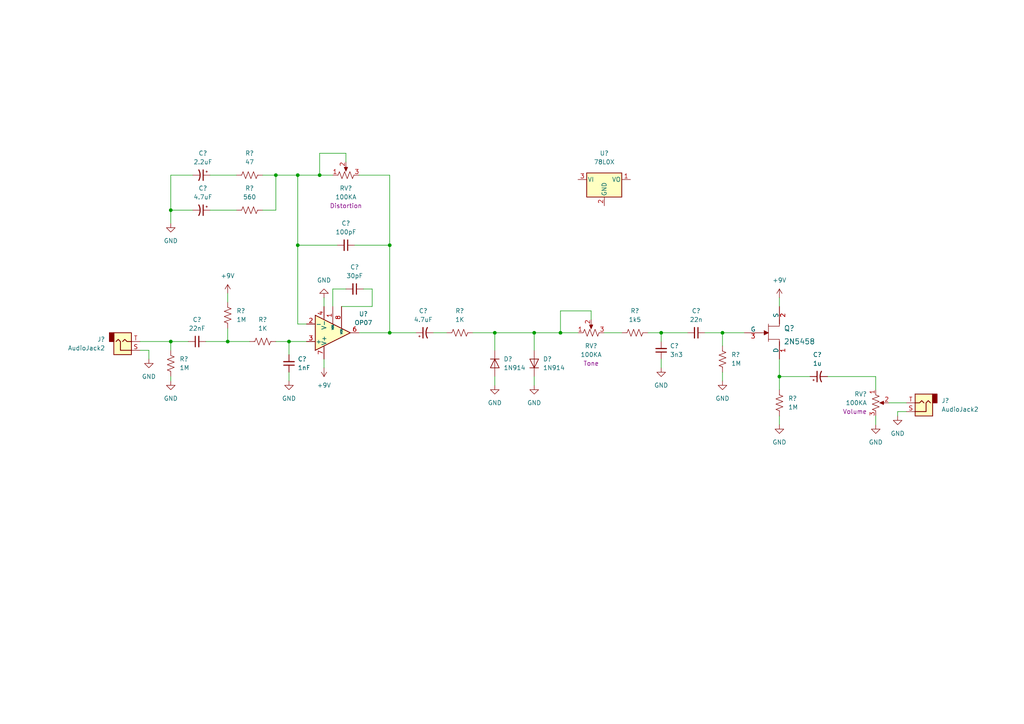
<source format=kicad_sch>
(kicad_sch (version 20211123) (generator eeschema)
  (paper "A4")
  (lib_symbols
    (symbol "00-cool_stuff:+4.5V" (power) (pin_names (offset 0))
      (property "Value" "+4.5V" (at 0 3.556 0))
      (symbol "+4.5V_0_1"
        (polyline (pts (xy -0.762 1.27) (xy 0 2.54)))
        (polyline (pts (xy 0 0) (xy 0 2.54)))
        (polyline (pts (xy 0 2.54) (xy 0.762 1.27)))
      )
      (symbol "+4.5V_1_1"
        (pin power_in line (at 0 0 90) (length 0) hide (name "+9V") (number "1"))
      )
    )
    (symbol "00-cool_stuff:+9V" (power) (pin_names (offset 0))
      (property "Value" "+9V" (at 0 3.556 0))
      (symbol "+9V_0_1"
        (polyline (pts (xy -0.762 1.27) (xy 0 2.54)))
        (polyline (pts (xy 0 0) (xy 0 2.54)))
        (polyline (pts (xy 0 2.54) (xy 0.762 1.27)))
      )
      (symbol "+9V_1_1"
        (pin power_in line (at 0 0 90) (length 0) hide (name "+9V") (number "1"))
      )
    )
    (symbol "00-cool_stuff:0V" (power) (pin_names (offset 0))
      (property "Value" "0V" (at 0 -3.81 0))
      (symbol "0V_0_1"
        (polyline (pts (xy 0 0) (xy 0 -1.27) (xy 1.27 -1.27) (xy 0 -2.54) (xy -1.27 -1.27) (xy 0 -1.27)))
      )
      (symbol "0V_1_1"
        (pin power_in line (at 0 0 270) (length 0) hide (name "GND") (number "1"))
      )
    )
    (symbol "00-cool_stuff:78L0X" (pin_names (offset 0.254))
      (property "Reference" "U" (at -3.81 3.175 0))
      (property "Value" "78L0X" (at 0 3.175 0))
      (symbol "78L0X_0_1"
        (rectangle (start -5.08 -5.08) (end 5.08 1.905) (stroke (width 0.254)) (fill (type background)))
      )
      (symbol "78L0X_1_1"
        (pin power_out line (at 7.62 0 180) (length 2.54) (name "VO") (number "1"))
        (pin power_in line (at 0 -7.62 90) (length 2.54) (name "GND") (number "2"))
        (pin power_in line (at -7.62 0 0) (length 2.54) (name "VI") (number "3"))
      )
    )
    (symbol "00-cool_stuff:cap_polarized_small" (pin_numbers hide) (pin_names (offset 0.254) hide)
      (property "Reference" "C" (at 0.254 1.778 0))
      (property "Value" "cap_polarized_small" (at 0.254 -2.032 0))
      (symbol "cap_polarized_small_0_1"
        (polyline (pts (xy -1.524 0.508) (xy 1.524 0.508)) (stroke (width 0.3048)))
        (polyline (pts (xy -1.27 1.524) (xy -0.762 1.524)))
        (polyline (pts (xy -1.016 1.27) (xy -1.016 1.778)))
        (arc (start 1.524 -0.762) (mid 0 -0.3734) (end -1.524 -0.762) (stroke (width 0.3048)))
      )
      (symbol "cap_polarized_small_1_1"
        (pin passive line (at 0 2.54 270) (length 2.032) (name "~") (number "1"))
        (pin passive line (at 0 -2.54 90) (length 2.032) (name "~") (number "2"))
      )
    )
    (symbol "00-cool_stuff:cap_small" (pin_numbers hide) (pin_names (offset 0.254) hide)
      (property "Reference" "C" (at -1.27 2.54 0))
      (property "Value" "cap_small" (at -3.81 -2.54 0))
      (symbol "cap_small_0_1"
        (polyline (pts (xy -0.508 -1.524) (xy -0.508 1.524)) (stroke (width 0.3048)))
        (polyline (pts (xy 0.508 -1.524) (xy 0.508 1.524)) (stroke (width 0.3302)))
      )
      (symbol "cap_small_1_1"
        (pin passive line (at -2.54 0 0) (length 2.032) (name "~") (number "1"))
        (pin passive line (at 2.54 0 180) (length 2.032) (name "~") (number "2"))
      )
    )
    (symbol "00-cool_stuff:diode" (pin_numbers hide) (pin_names (offset 1.016) hide)
      (property "Reference" "D" (at 0 2.54 0))
      (property "Value" "diode" (at 0 -2.54 0))
      (symbol "diode_0_1"
        (polyline (pts (xy -1.27 0) (xy 1.27 0)))
        (polyline (pts (xy 1.27 -1.27) (xy 1.27 1.27)) (stroke (width 0.2032)))
        (polyline (pts (xy -1.27 -1.27) (xy -1.27 1.27) (xy 1.27 0) (xy -1.27 -1.27)) (stroke (width 0.2032)))
      )
      (symbol "diode_1_1"
        (pin passive line (at 3.81 0 180) (length 2.54) (name "K") (number "1"))
        (pin passive line (at -3.81 0 0) (length 2.54) (name "A") (number "2"))
      )
    )
    (symbol "00-cool_stuff:potentiometer" (pin_names (offset 1.016) hide)
      (property "Reference" "RV" (at -4.445 0 90))
      (property "Value" "potentiometer" (at -2.54 0 90))
      (property "Label" "Pot Label" (at 11.43 0 90))
      (symbol "potentiometer_0_1"
        (polyline (pts (xy 0 -2.286) (xy 0 -2.54)))
        (polyline (pts (xy 0 2.54) (xy 0 2.286)))
        (polyline (pts (xy 2.54 0) (xy 1.524 0)))
        (polyline (pts (xy 1.143 0) (xy 2.286 0.508) (xy 2.286 -0.508) (xy 1.143 0)) (fill (type outline)))
        (polyline (pts (xy 0 -0.762) (xy 1.016 -1.143) (xy 0 -1.524) (xy -1.016 -1.905) (xy 0 -2.286)))
        (polyline (pts (xy 0 0.762) (xy 1.016 0.381) (xy 0 0) (xy -1.016 -0.381) (xy 0 -0.762)))
        (polyline (pts (xy 0 2.286) (xy 1.016 1.905) (xy 0 1.524) (xy -1.016 1.143) (xy 0 0.762)))
      )
      (symbol "potentiometer_1_1"
        (pin passive line (at 0 3.81 270) (length 1.27) (name "1") (number "1"))
        (pin passive line (at 3.81 0 180) (length 1.27) (name "2") (number "2"))
        (pin passive line (at 0 -3.81 90) (length 1.27) (name "3") (number "3"))
      )
    )
    (symbol "00-cool_stuff:resistor" (pin_numbers hide) (pin_names (offset 0))
      (property "Reference" "R" (at -2.54 2.54 0))
      (property "Value" "resistor" (at -2.54 -2.54 0))
      (symbol "resistor_0_1"
        (polyline (pts (xy -4.826 0) (xy -5.08 0)))
        (polyline (pts (xy -0.254 0) (xy 0 0)))
        (polyline (pts (xy -4.826 0) (xy -4.445 1.016) (xy -4.064 0) (xy -3.683 -1.016) (xy -3.302 0)))
        (polyline (pts (xy -3.302 0) (xy -2.921 1.016) (xy -2.54 0) (xy -2.159 -1.016) (xy -1.778 0)))
        (polyline (pts (xy -1.778 0) (xy -1.397 1.016) (xy -1.016 0) (xy -0.635 -1.016) (xy -0.254 0)))
      )
      (symbol "resistor_1_1"
        (pin passive line (at -6.35 0 0) (length 1.27) (name "~") (number "1"))
        (pin passive line (at 1.27 0 180) (length 1.27) (name "~") (number "2"))
      )
    )
    (symbol "Amplifier_Operational:OP07" (pin_names (offset 0.127))
      (property "Reference" "U" (at 1.27 6.35 0))
      (property "Value" "OP07" (at 1.27 3.81 0))
      (symbol "OP07_0_1"
        (polyline (pts (xy -5.08 5.08) (xy 5.08 0) (xy -5.08 -5.08) (xy -5.08 5.08)) (stroke (width 0.254)) (fill (type background)))
      )
      (symbol "OP07_1_1"
        (pin input line (at 0 -7.62 90) (length 5.08) (name "VOS") (number "1"))
        (pin input line (at -7.62 -2.54 0) (length 2.54) (name "-") (number "2"))
        (pin input line (at -7.62 2.54 0) (length 2.54) (name "+") (number "3"))
        (pin power_in line (at -2.54 -7.62 90) (length 3.81) (name "V-") (number "4"))
        (pin no_connect line (at 0 2.54 270) (length 2.54) hide (name "NC") (number "5"))
        (pin output line (at 7.62 0 180) (length 2.54) (name "~") (number "6"))
        (pin power_in line (at -2.54 7.62 270) (length 3.81) (name "V+") (number "7"))
        (pin input line (at 2.54 -7.62 90) (length 6.35) (name "VOS") (number "8"))
      )
    )
    (symbol "Connector:AudioJack2"
      (property "Reference" "J" (at 0 8.89 0))
      (property "Value" "AudioJack2" (at 0 6.35 0))
      (symbol "AudioJack2_0_1"
        (rectangle (start -3.81 0) (end -2.54 -2.54) (stroke (width 0.254)) (fill (type outline)))
        (rectangle (start -2.54 3.81) (end 2.54 -2.54) (stroke (width 0.254)) (fill (type background)))
        (polyline (pts (xy 0 0) (xy 0.635 -0.635) (xy 1.27 0) (xy 2.54 0)) (stroke (width 0.254)))
        (polyline (pts (xy 2.54 2.54) (xy -0.635 2.54) (xy -0.635 0) (xy -1.27 -0.635) (xy -1.905 0)) (stroke (width 0.254)))
      )
      (symbol "AudioJack2_1_1"
        (pin passive line (at 5.08 2.54 180) (length 2.54) (name "~") (number "S"))
        (pin passive line (at 5.08 0 180) (length 2.54) (name "~") (number "T"))
      )
    )
    (symbol "dk_Transistors-JFETs:2N5457_NonStock" (pin_names (offset 0))
      (property "Reference" "Q?" (at 5.08 1.27 0))
      (property "Value" "2N5457" (at 5.08 -2.54 0))
      (symbol "2N5457_NonStock_0_1"
        (polyline (pts (xy -0.635 -2.54) (xy -0.635 2.54)))
        (polyline (pts (xy -0.635 0) (xy -4.445 0)))
        (polyline (pts (xy -0.635 -1.905) (xy 2.54 -1.905) (xy 2.54 -3.81)))
        (polyline (pts (xy -0.635 1.905) (xy 2.54 1.905) (xy 2.54 3.81)))
      )
      (symbol "2N5457_NonStock_1_1"
        (polyline (pts (xy -1.905 0.635) (xy -1.905 -0.635) (xy -0.635 0) (xy -1.905 0.635)) (fill (type outline)))
        (pin passive line (at 2.54 -7.62 90) (length 5.08) (name "D") (number "1"))
        (pin passive line (at 2.54 7.62 270) (length 5.08) (name "S") (number "2"))
        (pin input line (at -7.62 0 0) (length 5.08) (name "G") (number "3"))
      )
    )
  )
  (junction (at 113.03 71.12))
  (junction (at 209.55 96.52))
  (junction (at 143.51 96.52))
  (junction (at 191.77 96.52))
  (junction (at 66.04 99.06))
  (junction (at 154.94 96.52))
  (junction (at 162.56 96.52))
  (junction (at 113.03 96.52))
  (junction (at 83.82 99.06))
  (junction (at 49.53 99.06))
  (junction (at 86.36 50.8))
  (junction (at 80.01 50.8))
  (junction (at 49.53 60.96))
  (junction (at 226.06 109.22))
  (junction (at 86.36 71.12))
  (junction (at 92.71 50.8))
  (wire (pts (xy 113.03 96.52) (xy 113.03 71.12)))
  (wire (pts (xy 80.01 99.06) (xy 83.82 99.06)))
  (wire (pts (xy 125.73 96.52) (xy 129.54 96.52)))
  (wire (pts (xy 187.96 96.52) (xy 191.77 96.52)))
  (wire (pts (xy 49.53 99.06) (xy 49.53 101.6)))
  (wire (pts (xy 92.71 50.8) (xy 86.36 50.8)))
  (wire (pts (xy 143.51 96.52) (xy 154.94 96.52)))
  (wire (pts (xy 171.45 92.71) (xy 171.45 90.17)))
  (wire (pts (xy 86.36 71.12) (xy 97.79 71.12)))
  (wire (pts (xy 76.2 60.96) (xy 80.01 60.96)))
  (wire (pts (xy 86.36 50.8) (xy 86.36 71.12)))
  (wire (pts (xy 83.82 107.95) (xy 83.82 110.49)))
  (wire (pts (xy 92.71 44.45) (xy 92.71 50.8)))
  (wire (pts (xy 191.77 104.14) (xy 191.77 106.68)))
  (wire (pts (xy 226.06 109.22) (xy 226.06 113.03)))
  (wire (pts (xy 257.81 116.84) (xy 262.89 116.84)))
  (wire (pts (xy 60.96 50.8) (xy 68.58 50.8)))
  (wire (pts (xy 49.53 60.96) (xy 55.88 60.96)))
  (wire (pts (xy 66.04 95.25) (xy 66.04 99.06)))
  (wire (pts (xy 113.03 96.52) (xy 120.65 96.52)))
  (wire (pts (xy 260.35 119.38) (xy 262.89 119.38)))
  (wire (pts (xy 209.55 96.52) (xy 209.55 100.33)))
  (wire (pts (xy 191.77 96.52) (xy 199.39 96.52)))
  (wire (pts (xy 254 120.65) (xy 254 123.19)))
  (wire (pts (xy 96.52 83.82) (xy 100.33 83.82)))
  (wire (pts (xy 143.51 109.22) (xy 143.51 111.76)))
  (wire (pts (xy 100.33 44.45) (xy 92.71 44.45)))
  (wire (pts (xy 175.26 96.52) (xy 180.34 96.52)))
  (wire (pts (xy 59.69 99.06) (xy 66.04 99.06)))
  (wire (pts (xy 76.2 50.8) (xy 80.01 50.8)))
  (wire (pts (xy 86.36 93.98) (xy 86.36 71.12)))
  (wire (pts (xy 154.94 96.52) (xy 162.56 96.52)))
  (wire (pts (xy 209.55 107.95) (xy 209.55 110.49)))
  (wire (pts (xy 209.55 96.52) (xy 215.9 96.52)))
  (wire (pts (xy 96.52 88.9) (xy 96.52 83.82)))
  (wire (pts (xy 204.47 96.52) (xy 209.55 96.52)))
  (wire (pts (xy 66.04 85.09) (xy 66.04 87.63)))
  (wire (pts (xy 49.53 99.06) (xy 54.61 99.06)))
  (wire (pts (xy 104.14 50.8) (xy 113.03 50.8)))
  (wire (pts (xy 113.03 71.12) (xy 102.87 71.12)))
  (wire (pts (xy 226.06 86.36) (xy 226.06 88.9)))
  (wire (pts (xy 191.77 96.52) (xy 191.77 99.06)))
  (wire (pts (xy 49.53 109.22) (xy 49.53 110.49)))
  (wire (pts (xy 99.06 88.9) (xy 107.95 88.9)))
  (wire (pts (xy 66.04 99.06) (xy 72.39 99.06)))
  (wire (pts (xy 226.06 109.22) (xy 234.95 109.22)))
  (wire (pts (xy 93.98 104.14) (xy 93.98 106.68)))
  (wire (pts (xy 43.18 101.6) (xy 43.18 104.14)))
  (wire (pts (xy 83.82 99.06) (xy 88.9 99.06)))
  (wire (pts (xy 49.53 50.8) (xy 49.53 60.96)))
  (wire (pts (xy 60.96 60.96) (xy 68.58 60.96)))
  (wire (pts (xy 240.03 109.22) (xy 254 109.22)))
  (wire (pts (xy 171.45 90.17) (xy 162.56 90.17)))
  (wire (pts (xy 96.52 50.8) (xy 92.71 50.8)))
  (wire (pts (xy 226.06 104.14) (xy 226.06 109.22)))
  (wire (pts (xy 162.56 96.52) (xy 167.64 96.52)))
  (wire (pts (xy 143.51 96.52) (xy 143.51 101.6)))
  (wire (pts (xy 107.95 83.82) (xy 105.41 83.82)))
  (wire (pts (xy 107.95 88.9) (xy 107.95 83.82)))
  (wire (pts (xy 40.64 99.06) (xy 49.53 99.06)))
  (wire (pts (xy 113.03 50.8) (xy 113.03 71.12)))
  (wire (pts (xy 93.98 86.36) (xy 93.98 88.9)))
  (wire (pts (xy 40.64 101.6) (xy 43.18 101.6)))
  (wire (pts (xy 226.06 120.65) (xy 226.06 123.19)))
  (wire (pts (xy 100.33 46.99) (xy 100.33 44.45)))
  (wire (pts (xy 55.88 50.8) (xy 49.53 50.8)))
  (wire (pts (xy 49.53 60.96) (xy 49.53 64.77)))
  (wire (pts (xy 80.01 50.8) (xy 86.36 50.8)))
  (wire (pts (xy 104.14 96.52) (xy 113.03 96.52)))
  (wire (pts (xy 254 109.22) (xy 254 113.03)))
  (wire (pts (xy 137.16 96.52) (xy 143.51 96.52)))
  (wire (pts (xy 154.94 109.22) (xy 154.94 111.76)))
  (wire (pts (xy 88.9 93.98) (xy 86.36 93.98)))
  (wire (pts (xy 154.94 96.52) (xy 154.94 101.6)))
  (wire (pts (xy 80.01 60.96) (xy 80.01 50.8)))
  (wire (pts (xy 260.35 120.65) (xy 260.35 119.38)))
  (wire (pts (xy 162.56 90.17) (xy 162.56 96.52)))
  (wire (pts (xy 83.82 99.06) (xy 83.82 102.87)))
  (symbol (lib_id "00-cool_stuff:0V") (at 254 123.19 0) (unit 1)
    (property "Reference" "#PWR?" (effects hide))
    (property "Value" "0V" (at 254 128.27 0))
  )
  (symbol (lib_id "00-cool_stuff:resistor") (at 66.04 88.9 90) (unit 1)
    (property "Reference" "R?" (at 68.58 90.1699 90) (effects (justify right)))
    (property "Value" "1M" (at 68.58 92.7099 90) (effects (justify right)))
    (property "Footprint" "00-Mine:resistor-TH-10mm" (effects hide))
  )
  (symbol (lib_id "00-cool_stuff:resistor") (at 49.53 102.87 90) (unit 1)
    (property "Reference" "R?" (at 52.07 104.1399 90) (effects (justify right)))
    (property "Value" "1M" (at 52.07 106.6799 90) (effects (justify right)))
    (property "Footprint" "00-Mine:resistor-TH-10mm" (effects hide))
  )
  (symbol (lib_id "00-cool_stuff:0V") (at 49.53 110.49 0) (unit 1)
    (property "Reference" "#PWR?" (effects hide))
    (property "Value" "0V" (at 49.53 115.57 0))
  )
  (symbol (lib_id "00-cool_stuff:cap_polarized_small") (at 58.42 50.8 270) (unit 1)
    (property "Reference" "C?" (at 58.8518 44.45 90))
    (property "Value" "2.2uF" (at 58.8518 46.99 90))
  )
  (symbol (lib_id "00-cool_stuff:0V") (at 260.35 120.65 0) (unit 1)
    (property "Reference" "#PWR?" (effects hide))
    (property "Value" "0V" (at 260.35 125.73 0))
  )
  (symbol (lib_id "00-cool_stuff:resistor") (at 209.55 101.6 90) (unit 1)
    (property "Reference" "R?" (at 212.09 102.8699 90) (effects (justify right)))
    (property "Value" "1M" (at 212.09 105.4099 90) (effects (justify right)))
    (property "Footprint" "00-Mine:resistor-TH-10mm" (effects hide))
  )
  (symbol (lib_id "00-cool_stuff:potentiometer") (at 171.45 96.52 90) (unit 1)
    (property "Reference" "RV?" (at 171.45 100.33 90))
    (property "Value" "100KA" (at 171.45 102.87 90))
    (property "Label" "Tone" (at 171.45 105.41 90))
  )
  (symbol (lib_id "00-cool_stuff:0V") (at 43.18 104.14 0) (unit 1)
    (property "Reference" "#PWR?" (effects hide))
    (property "Value" "0V" (at 43.18 109.22 0))
  )
  (symbol (lib_id "00-cool_stuff:0V") (at 226.06 123.19 0) (unit 1)
    (property "Reference" "#PWR?" (effects hide))
    (property "Value" "0V" (at 226.06 128.27 0))
  )
  (symbol (lib_id "00-cool_stuff:cap_small") (at 57.15 99.06 0) (unit 1)
    (property "Reference" "C?" (at 57.1563 92.71 0))
    (property "Value" "22nF" (at 57.1563 95.25 0))
    (property "Footprint" "00-Mine:capacitor-TH-2.54mm_5mm" (effects hide))
  )
  (symbol (lib_id "00-cool_stuff:diode") (at 154.94 105.41 90) (mirror x) (unit 1)
    (property "Reference" "D?" (at 157.48 104.1399 90) (effects (justify right)))
    (property "Value" "1N914" (at 157.48 106.6799 90) (effects (justify right)))
    (property "Footprint" "00-Mine:diode-TH" (effects hide))
  )
  (symbol (lib_id "00-cool_stuff:resistor") (at 181.61 96.52 180) (unit 1)
    (property "Reference" "R?" (at 184.15 90.17 0))
    (property "Value" "1k5" (at 184.15 92.71 0))
    (property "Footprint" "00-Mine:resistor-TH-10mm" (effects hide))
  )
  (symbol (lib_id "00-cool_stuff:0V") (at 93.98 86.36 180) (unit 1)
    (property "Reference" "#PWR?" (effects hide))
    (property "Value" "0V" (at 93.98 81.28 0))
  )
  (symbol (lib_id "Amplifier_Operational:OP07") (at 96.52 96.52 0) (mirror x) (unit 1)
    (property "Reference" "U?" (at 105.41 91.0588 0))
    (property "Value" "OP07" (at 105.41 93.5988 0))
    (property "Datasheet" "https://www.analog.com/media/en/technical-documentation/data-sheets/OP07.pdf" (effects hide))
  )
  (symbol (lib_id "00-cool_stuff:cap_small") (at 83.82 105.41 90) (unit 1)
    (property "Reference" "C?" (at 86.36 104.1335 90) (effects (justify right)))
    (property "Value" "1nF" (at 86.36 106.6735 90) (effects (justify right)))
    (property "Footprint" "00-Mine:capacitor-TH-2.54mm_5mm" (effects hide))
  )
  (symbol (lib_id "00-cool_stuff:cap_small") (at 100.33 71.12 180) (unit 1)
    (property "Reference" "C?" (at 100.3236 64.77 0))
    (property "Value" "100pF" (at 100.3236 67.31 0))
    (property "Footprint" "00-Mine:capacitor-TH-2.54mm_5mm" (effects hide))
  )
  (symbol (lib_id "00-cool_stuff:0V") (at 209.55 110.49 0) (unit 1)
    (property "Reference" "#PWR?" (effects hide))
    (property "Value" "0V" (at 209.55 115.57 0))
  )
  (symbol (lib_id "dk_Transistors-JFETs:2N5457_NonStock") (at 223.52 96.52 0) (unit 1)
    (property "Reference" "Q?" (at 227.33 95.25 0) (effects (font (size 1.524 1.524)) (justify left)))
    (property "Value" "2N5458" (at 227.33 99.06 0) (effects (font (size 1.524 1.524)) (justify left)))
    (property "Footprint" "digikey-footprints:TO-92-3" (effects hide))
    (property "Datasheet" "https://my.centralsemi.com/get_document.php?cmp=1&mergetype=pd&mergepath=pd&pdf_id=2N5457-5459.PDF" (effects hide))
    (property "Digi-Key_PN" "2N5457-ND" (effects hide))
    (property "MPN" "2N5457" (effects hide))
    (property "Category" "Discrete Semiconductor Products" (effects hide))
    (property "Family" "Transistors - JFETs" (effects hide))
    (property "DK_Datasheet_Link" "https://my.centralsemi.com/get_document.php?cmp=1&mergetype=pd&mergepath=pd&pdf_id=2N5457-5459.PDF" (effects hide))
    (property "DK_Detail_Page" "/product-detail/en/central-semiconductor-corp/2N5457/2N5457-ND/4806918" (effects hide))
    (property "Description" "JFET N-CH 25V 0.31W TO-92" (effects hide))
    (property "Manufacturer" "Central Semiconductor Corp" (effects hide))
    (property "Status" "Active NonStock" (effects hide))
  )
  (symbol (lib_id "00-cool_stuff:+9V") (at 226.06 86.36 0) (unit 1)
    (property "Reference" "#PWR?" (effects hide))
    (property "Value" "+9V" (at 226.06 81.28 0))
  )
  (symbol (lib_id "Connector:AudioJack2") (at 267.97 116.84 180) (unit 1)
    (property "Reference" "J?" (at 273.05 116.2049 0) (effects (justify right)))
    (property "Value" "AudioJack2" (at 273.05 118.7449 0) (effects (justify right)))
  )
  (symbol (lib_id "00-cool_stuff:+4.5V") (at 66.04 85.09 0) (unit 1)
    (property "Reference" "#PWR?" (effects hide))
    (property "Value" "+4.5V" (at 66.04 80.01 0))
  )
  (symbol (lib_id "00-cool_stuff:78L0X") (at 175.26 52.07 0) (unit 1)
    (property "Reference" "U?" (at 175.26 44.45 0))
    (property "Value" "78L0X" (at 175.26 46.99 0))
    (property "Footprint" "00-Mine:TO-92_HandSolder" (effects hide))
    (property "Datasheet" "http://www.fairchildsemi.com/ds/LM/LM78L05A.pdf" (effects hide))
  )
  (symbol (lib_id "00-cool_stuff:potentiometer") (at 100.33 50.8 90) (unit 1)
    (property "Reference" "RV?" (at 100.33 54.61 90))
    (property "Value" "100KA" (at 100.33 57.15 90))
    (property "Label" "Distortion" (at 100.33 59.69 90))
  )
  (symbol (lib_id "00-cool_stuff:0V") (at 49.53 64.77 0) (unit 1)
    (property "Reference" "#PWR?" (effects hide))
    (property "Value" "0V" (at 49.53 69.85 0))
  )
  (symbol (lib_id "00-cool_stuff:cap_small") (at 191.77 101.6 90) (unit 1)
    (property "Reference" "C?" (at 194.31 100.3235 90) (effects (justify right)))
    (property "Value" "3n3" (at 194.31 102.8635 90) (effects (justify right)))
    (property "Footprint" "00-Mine:capacitor-TH-2.54mm_5mm" (effects hide))
  )
  (symbol (lib_id "00-cool_stuff:+9V") (at 93.98 106.68 180) (unit 1)
    (property "Reference" "#PWR?" (effects hide))
    (property "Value" "+9V" (at 93.98 111.76 0))
  )
  (symbol (lib_id "00-cool_stuff:resistor") (at 130.81 96.52 180) (unit 1)
    (property "Reference" "R?" (at 133.35 90.17 0))
    (property "Value" "1K" (at 133.35 92.71 0))
    (property "Footprint" "00-Mine:resistor-TH-10mm" (effects hide))
  )
  (symbol (lib_id "00-cool_stuff:0V") (at 191.77 106.68 0) (unit 1)
    (property "Reference" "#PWR?" (effects hide))
    (property "Value" "0V" (at 191.77 111.76 0))
  )
  (symbol (lib_id "00-cool_stuff:0V") (at 154.94 111.76 0) (unit 1)
    (property "Reference" "#PWR?" (effects hide))
    (property "Value" "0V" (at 154.94 116.84 0))
  )
  (symbol (lib_id "00-cool_stuff:resistor") (at 69.85 50.8 180) (unit 1)
    (property "Reference" "R?" (at 72.39 44.45 0))
    (property "Value" "47" (at 72.39 46.99 0))
    (property "Footprint" "00-Mine:resistor-TH-10mm" (effects hide))
  )
  (symbol (lib_id "00-cool_stuff:diode") (at 143.51 105.41 90) (unit 1)
    (property "Reference" "D?" (at 146.05 104.1399 90) (effects (justify right)))
    (property "Value" "1N914" (at 146.05 106.6799 90) (effects (justify right)))
    (property "Footprint" "00-Mine:diode-TH" (effects hide))
  )
  (symbol (lib_id "00-cool_stuff:0V") (at 143.51 111.76 0) (unit 1)
    (property "Reference" "#PWR?" (effects hide))
    (property "Value" "0V" (at 143.51 116.84 0))
  )
  (symbol (lib_id "00-cool_stuff:potentiometer") (at 254 116.84 0) (unit 1)
    (property "Reference" "RV?" (at 251.46 114.2999 0) (effects (justify right)))
    (property "Value" "100KA" (at 251.46 116.8399 0) (effects (justify right)))
    (property "Label" "Volume" (at 251.46 119.3799 0) (effects (justify right)))
  )
  (symbol (lib_id "00-cool_stuff:resistor") (at 73.66 99.06 180) (unit 1)
    (property "Reference" "R?" (at 76.2 92.71 0))
    (property "Value" "1K" (at 76.2 95.25 0))
    (property "Footprint" "00-Mine:resistor-TH-10mm" (effects hide))
  )
  (symbol (lib_id "00-cool_stuff:cap_polarized_small") (at 58.42 60.96 270) (unit 1)
    (property "Reference" "C?" (at 58.8518 54.61 90))
    (property "Value" "4.7uF" (at 58.8518 57.15 90))
  )
  (symbol (lib_id "00-cool_stuff:resistor") (at 226.06 114.3 90) (unit 1)
    (property "Reference" "R?" (at 228.6 115.5699 90) (effects (justify right)))
    (property "Value" "1M" (at 228.6 118.1099 90) (effects (justify right)))
    (property "Footprint" "00-Mine:resistor-TH-10mm" (effects hide))
  )
  (symbol (lib_id "00-cool_stuff:resistor") (at 69.85 60.96 180) (unit 1)
    (property "Reference" "R?" (at 72.39 54.61 0))
    (property "Value" "560" (at 72.39 57.15 0))
    (property "Footprint" "00-Mine:resistor-TH-10mm" (effects hide))
  )
  (symbol (lib_id "00-cool_stuff:cap_small") (at 102.87 83.82 180) (unit 1)
    (property "Reference" "C?" (at 102.8636 77.47 0))
    (property "Value" "30pF" (at 102.8636 80.01 0))
    (property "Footprint" "00-Mine:capacitor-TH-2.54mm_5mm" (effects hide))
  )
  (symbol (lib_id "00-cool_stuff:cap_polarized_small") (at 237.49 109.22 90) (unit 1)
    (property "Reference" "C?" (at 237.0582 102.87 90))
    (property "Value" "1u" (at 237.0582 105.41 90))
  )
  (symbol (lib_id "00-cool_stuff:cap_polarized_small") (at 123.19 96.52 90) (unit 1)
    (property "Reference" "C?" (at 122.7582 90.17 90))
    (property "Value" "4.7uF" (at 122.7582 92.71 90))
  )
  (symbol (lib_id "00-cool_stuff:0V") (at 83.82 110.49 0) (unit 1)
    (property "Reference" "#PWR?" (effects hide))
    (property "Value" "0V" (at 83.82 115.57 0))
  )
  (symbol (lib_id "Connector:AudioJack2") (at 35.56 99.06 0) (mirror x) (unit 1)
    (property "Reference" "J?" (at 30.48 98.4249 0) (effects (justify right)))
    (property "Value" "AudioJack2" (at 30.48 100.9649 0) (effects (justify right)))
  )
  (symbol (lib_id "00-cool_stuff:cap_small") (at 201.93 96.52 180) (unit 1)
    (property "Reference" "C?" (at 201.9236 90.17 0))
    (property "Value" "22n" (at 201.9236 92.71 0))
    (property "Footprint" "00-Mine:capacitor-TH-2.54mm_5mm" (effects hide))
  )
)
</source>
